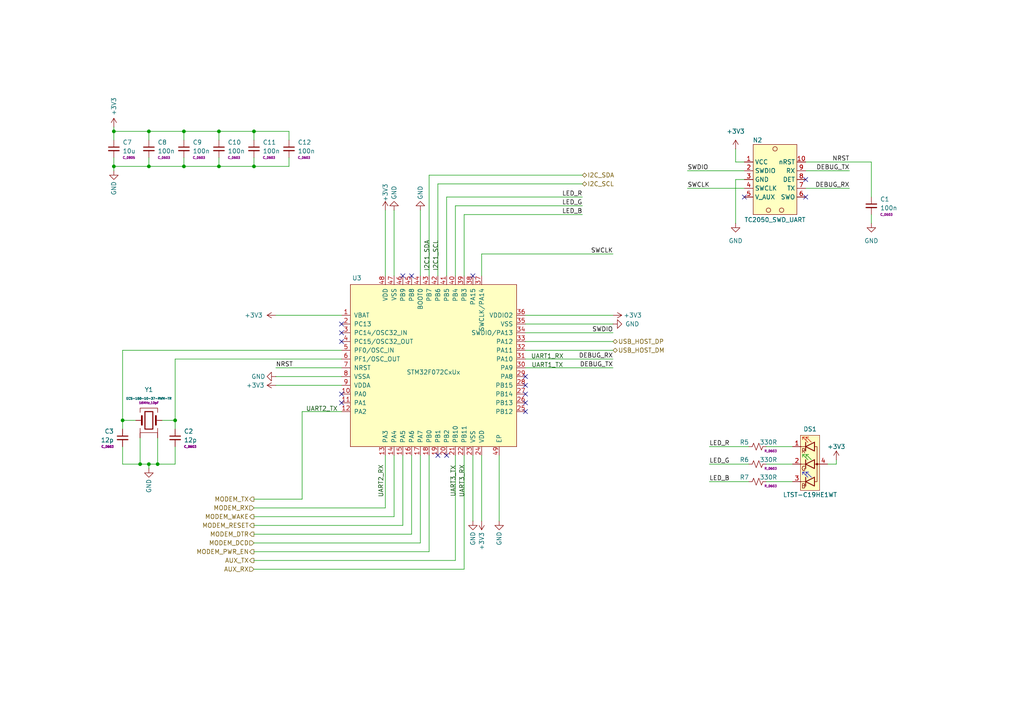
<source format=kicad_sch>
(kicad_sch (version 20231120) (generator "eeschema") (generator_version "8.0")
  (paper "A4")
  (lib_symbols
    (symbol "C_Capacitor:C_0603" (pin_numbers hide) (pin_names (offset 1.016))
      (property "Reference" "C" (at 3.175 1.905 0))
      (property "Value" "100n" (at 5.08 0 0))
      (property "Size" "C_0603" (at 4.445 -1.905 0))
      (symbol "C_0603_1_1"
        (polyline (pts (xy -1.524 -0.508) (xy 1.524 -0.508)) (stroke (width 0.3302)))
        (polyline (pts (xy -1.524 0.508) (xy 1.524 0.508)) (stroke (width 0.3048)))
        (pin passive line (at 0 2.54 270) (length 2.032) (name "~") (number "1"))
        (pin passive line (at 0 -2.54 90) (length 2.032) (name "~") (number "2"))
      )
    )
    (symbol "C_Capacitor:C_0805" (pin_numbers hide) (pin_names (offset 1.016))
      (property "Reference" "C" (at 3.175 1.905 0))
      (property "Value" "100n" (at 5.08 0 0))
      (property "Size" "C_0805" (at 4.445 -1.905 0))
      (symbol "C_0805_1_1"
        (polyline (pts (xy -1.524 -0.508) (xy 1.524 -0.508)) (stroke (width 0.3302)))
        (polyline (pts (xy -1.524 0.508) (xy 1.524 0.508)) (stroke (width 0.3048)))
        (pin passive line (at 0 2.54 270) (length 2.032) (name "~") (number "1"))
        (pin passive line (at 0 -2.54 90) (length 2.032) (name "~") (number "2"))
      )
    )
    (symbol "DS_LED:LTST-C19HE1WT" (pin_names hide)
      (property "Reference" "DS" (at 0 10.16 0))
      (property "Value" "LTST-C19HE1WT" (at 0 -8.89 0))
      (symbol "LTST-C19HE1WT_0_0"
        (text "B" (at -1.905 -6.35 0) (effects (font (size 1.27 1.27))))
        (text "G" (at -1.905 -1.27 0) (effects (font (size 1.27 1.27))))
        (text "R" (at -1.905 3.81 0) (effects (font (size 1.27 1.27))))
      )
      (symbol "LTST-C19HE1WT_0_1"
        (polyline (pts (xy -1.27 -5.08) (xy -2.54 -5.08)))
        (polyline (pts (xy -1.27 -3.81) (xy -1.27 -6.35)) (stroke (width 0.254)))
        (polyline (pts (xy -1.27 0) (xy -2.54 0)))
        (polyline (pts (xy -1.27 1.27) (xy -1.27 -1.27)) (stroke (width 0.254)))
        (polyline (pts (xy -1.27 5.08) (xy -2.54 5.08)))
        (polyline (pts (xy -1.27 6.35) (xy -1.27 3.81)) (stroke (width 0.254)))
        (polyline (pts (xy 1.27 0) (xy 2.54 0)))
        (polyline (pts (xy -1.27 1.27) (xy -1.27 -1.27) (xy -1.27 -1.27)))
        (polyline (pts (xy -1.27 6.35) (xy -1.27 3.81) (xy -1.27 3.81)))
        (polyline (pts (xy 1.27 -5.08) (xy 2.032 -5.08) (xy 2.032 5.08) (xy 1.27 5.08)))
        (polyline (pts (xy 1.27 -3.81) (xy 1.27 -6.35) (xy -1.27 -5.08) (xy 1.27 -3.81)) (stroke (width 0.254)))
        (polyline (pts (xy 1.27 1.27) (xy 1.27 -1.27) (xy -1.27 0) (xy 1.27 1.27)) (stroke (width 0.254)))
        (polyline (pts (xy 1.27 6.35) (xy 1.27 3.81) (xy -1.27 5.08) (xy 1.27 6.35)) (stroke (width 0.254)))
        (rectangle (start 1.27 -1.27) (end 1.27 1.27))
        (rectangle (start 1.27 1.27) (end 1.27 1.27))
        (rectangle (start 1.27 3.81) (end 1.27 6.35))
        (rectangle (start 1.27 6.35) (end 1.27 6.35))
        (circle (center 2.032 0) (radius 0.254) (fill (type outline)))
      )
      (symbol "LTST-C19HE1WT_1_1"
        (rectangle (start -2.794 8.382) (end 2.794 -7.62) (stroke (width 0.127)) (fill (type background)))
        (polyline (pts (xy -0.635 -3.81) (xy -2.159 -2.286) (xy -1.397 -2.286) (xy -2.159 -2.286) (xy -2.159 -3.048)) (stroke (width 0) (color 0 0 194 1)))
        (polyline (pts (xy -0.635 1.27) (xy -2.159 2.794) (xy -1.397 2.794) (xy -2.159 2.794) (xy -2.159 2.032)) (stroke (width 0) (color 0 132 0 1)))
        (polyline (pts (xy -0.635 6.35) (xy -2.159 7.874) (xy -1.397 7.874) (xy -2.159 7.874) (xy -2.159 7.112)) (stroke (width 0) (color 194 0 0 1)))
        (polyline (pts (xy 0.381 -3.81) (xy -1.143 -2.286) (xy -0.381 -2.286) (xy -1.143 -2.286) (xy -1.143 -3.048)) (stroke (width 0) (color 0 0 194 1)))
        (polyline (pts (xy 0.381 1.27) (xy -1.143 2.794) (xy -0.381 2.794) (xy -1.143 2.794) (xy -1.143 2.032)) (stroke (width 0) (color 0 132 0 1)))
        (polyline (pts (xy 0.381 6.35) (xy -1.143 7.874) (xy -0.381 7.874) (xy -1.143 7.874) (xy -1.143 7.112)) (stroke (width 0) (color 194 0 0 1)))
        (pin passive line (at -5.08 5.08 0) (length 2.54) (name "RK") (number "1"))
        (pin passive line (at -5.08 0 0) (length 2.54) (name "GK") (number "2"))
        (pin passive line (at -5.08 -5.08 0) (length 2.54) (name "BK") (number "3"))
        (pin passive line (at 5.08 0 180) (length 2.54) (name "A") (number "4"))
      )
    )
    (symbol "N_NonPart:TC2050_SWD_UART" (in_bom no)
      (property "Reference" "N" (at -6.4 11.5 0))
      (property "Value" "TC2050_SWD_UART" (at 0 -11.5 0))
      (symbol "TC2050_SWD_UART_0_1"
        (rectangle (start -6.35 10.16) (end 6.35 -10.16) (stroke (width 0.1524)) (fill (type background)))
        (circle (center -1.905 -8.89) (radius 0.635) (stroke (width 0.1524)))
        (circle (center 0 8.89) (radius 0.635) (stroke (width 0.1524)))
        (circle (center 1.905 -8.89) (radius 0.635) (stroke (width 0.1524)))
      )
      (symbol "TC2050_SWD_UART_1_1"
        (pin power_in line (at -8.89 5.08 0) (length 2.54) (name "VCC") (number "1"))
        (pin output line (at 8.89 5.08 180) (length 2.54) (name "nRST") (number "10"))
        (pin bidirectional line (at -8.89 2.54 0) (length 2.54) (name "SWDIO") (number "2"))
        (pin power_in line (at -8.89 0 0) (length 2.54) (name "GND") (number "3"))
        (pin bidirectional line (at -8.89 -2.54 0) (length 2.54) (name "SWCLK") (number "4"))
        (pin power_out line (at -8.89 -5.08 0) (length 2.54) (name "V_AUX") (number "5"))
        (pin bidirectional line (at 8.89 -5.08 180) (length 2.54) (name "SWO") (number "6"))
        (pin output line (at 8.89 -2.54 180) (length 2.54) (name "TX") (number "7"))
        (pin output line (at 8.89 0 180) (length 2.54) (name "DET") (number "8"))
        (pin input line (at 8.89 2.54 180) (length 2.54) (name "RX") (number "9"))
      )
    )
    (symbol "R_Resistor:R_0603" (pin_numbers hide) (pin_names (offset 1.016))
      (property "Reference" "R" (at 2.54 1.905 0))
      (property "Value" "10K" (at 3.81 0 0))
      (property "Size" "R_0603" (at 3.81 -1.905 0))
      (symbol "R_0603_1_1"
        (polyline (pts (xy 0 0) (xy 1.016 -0.381) (xy 0 -0.762) (xy -1.016 -1.143) (xy 0 -1.524)))
        (polyline (pts (xy 0 1.524) (xy 1.016 1.143) (xy 0 0.762) (xy -1.016 0.381) (xy 0 0)))
        (pin passive line (at 0 2.54 270) (length 1.016) (name "~") (number "1"))
        (pin passive line (at 0 -2.54 90) (length 1.016) (name "~") (number "2"))
      )
    )
    (symbol "U_MCU:STM32F072CxUx" (pin_names (offset 1.016))
      (property "Reference" "U" (at 1.27 48.514 0))
      (property "Value" "STM32F072CxUx" (at 24.13 21.59 0))
      (symbol "STM32F072CxUx_0_1"
        (rectangle (start 0 46.99) (end 48.26 0) (fill (type background)))
      )
      (symbol "STM32F072CxUx_1_1"
        (pin power_in line (at -2.54 38.1 0) (length 2.54) (name "VBAT") (number "1"))
        (pin bidirectional line (at -2.54 15.24 0) (length 2.54) (name "PA0") (number "10"))
        (pin bidirectional line (at -2.54 12.7 0) (length 2.54) (name "PA1") (number "11"))
        (pin bidirectional line (at -2.54 10.16 0) (length 2.54) (name "PA2") (number "12"))
        (pin bidirectional line (at 10.16 -2.54 90) (length 2.54) (name "PA3") (number "13"))
        (pin bidirectional line (at 12.7 -2.54 90) (length 2.54) (name "PA4") (number "14"))
        (pin bidirectional line (at 15.24 -2.54 90) (length 2.54) (name "PA5") (number "15"))
        (pin bidirectional line (at 17.78 -2.54 90) (length 2.54) (name "PA6") (number "16"))
        (pin bidirectional line (at 20.32 -2.54 90) (length 2.54) (name "PA7") (number "17"))
        (pin bidirectional line (at 22.86 -2.54 90) (length 2.54) (name "PB0") (number "18"))
        (pin bidirectional line (at 25.4 -2.54 90) (length 2.54) (name "PB1") (number "19"))
        (pin bidirectional line (at -2.54 35.56 0) (length 2.54) (name "PC13") (number "2"))
        (pin bidirectional line (at 27.94 -2.54 90) (length 2.54) (name "PB2") (number "20"))
        (pin bidirectional line (at 30.48 -2.54 90) (length 2.54) (name "PB10") (number "21"))
        (pin bidirectional line (at 33.02 -2.54 90) (length 2.54) (name "PB11") (number "22"))
        (pin power_in line (at 35.56 -2.54 90) (length 2.54) (name "VSS") (number "23"))
        (pin power_in line (at 38.1 -2.54 90) (length 2.54) (name "VDD") (number "24"))
        (pin bidirectional line (at 50.8 10.16 180) (length 2.54) (name "PB12") (number "25"))
        (pin bidirectional line (at 50.8 12.7 180) (length 2.54) (name "PB13") (number "26"))
        (pin bidirectional line (at 50.8 15.24 180) (length 2.54) (name "PB14") (number "27"))
        (pin bidirectional line (at 50.8 17.78 180) (length 2.54) (name "PB15") (number "28"))
        (pin bidirectional line (at 50.8 20.32 180) (length 2.54) (name "PA8") (number "29"))
        (pin bidirectional line (at -2.54 33.02 0) (length 2.54) (name "PC14/OSC32_IN") (number "3"))
        (pin bidirectional line (at 50.8 22.86 180) (length 2.54) (name "PA9") (number "30"))
        (pin bidirectional line (at 50.8 25.4 180) (length 2.54) (name "PA10") (number "31"))
        (pin bidirectional line (at 50.8 27.94 180) (length 2.54) (name "PA11") (number "32"))
        (pin bidirectional line (at 50.8 30.48 180) (length 2.54) (name "PA12") (number "33"))
        (pin bidirectional line (at 50.8 33.02 180) (length 2.54) (name "SWDIO/PA13") (number "34"))
        (pin power_in line (at 50.8 35.56 180) (length 2.54) (name "VSS") (number "35"))
        (pin power_in line (at 50.8 38.1 180) (length 2.54) (name "VDDIO2") (number "36"))
        (pin bidirectional line (at 38.1 49.53 270) (length 2.54) (name "SWCLK/PA14") (number "37"))
        (pin bidirectional line (at 35.56 49.53 270) (length 2.54) (name "PA15") (number "38"))
        (pin bidirectional line (at 33.02 49.53 270) (length 2.54) (name "PB3") (number "39"))
        (pin bidirectional line (at -2.54 30.48 0) (length 2.54) (name "PC15/OSC32_OUT") (number "4"))
        (pin bidirectional line (at 30.48 49.53 270) (length 2.54) (name "PB4") (number "40"))
        (pin bidirectional line (at 27.94 49.53 270) (length 2.54) (name "PB5") (number "41"))
        (pin bidirectional line (at 25.4 49.53 270) (length 2.54) (name "PB6") (number "42"))
        (pin bidirectional line (at 22.86 49.53 270) (length 2.54) (name "PB7") (number "43"))
        (pin bidirectional line (at 20.32 49.53 270) (length 2.54) (name "BOOT0") (number "44"))
        (pin bidirectional line (at 17.78 49.53 270) (length 2.54) (name "PB8") (number "45"))
        (pin bidirectional line (at 15.24 49.53 270) (length 2.54) (name "PB9") (number "46"))
        (pin power_in line (at 12.7 49.53 270) (length 2.54) (name "VSS") (number "47"))
        (pin power_in line (at 10.16 49.53 270) (length 2.54) (name "VDD") (number "48"))
        (pin power_in line (at 43.18 -2.54 90) (length 2.54) (name "EP") (number "49"))
        (pin bidirectional line (at -2.54 27.94 0) (length 2.54) (name "PF0/OSC_IN") (number "5"))
        (pin bidirectional line (at -2.54 25.4 0) (length 2.54) (name "PF1/OSC_OUT") (number "6"))
        (pin input line (at -2.54 22.86 0) (length 2.54) (name "NRST") (number "7"))
        (pin power_in line (at -2.54 20.32 0) (length 2.54) (name "VSSA") (number "8"))
        (pin power_in line (at -2.54 17.78 0) (length 2.54) (name "VDDA") (number "9"))
      )
    )
    (symbol "Y_Oscillator:ECS-160-10-37-RWM-TR" (pin_numbers hide) (pin_names hide)
      (property "Reference" "Y" (at -1.905 6.35 0))
      (property "Value" "ECS-160-10-37-RWM-TR" (at 0 4.445 0))
      (property "Params" "16MHz,10pF" (at 6.35 2.54 0))
      (symbol "ECS-160-10-37-RWM-TR_0_1"
        (rectangle (start -1.143 2.54) (end 1.143 -2.54) (stroke (width 0.3048)))
        (polyline (pts (xy -2.54 -3.81) (xy -2.54 -3.556)))
        (polyline (pts (xy -2.54 0) (xy -2.032 0)))
        (polyline (pts (xy -2.032 -1.27) (xy -2.032 1.27)) (stroke (width 0.508)))
        (polyline (pts (xy 2.032 -1.27) (xy 2.032 1.27)) (stroke (width 0.508)))
        (polyline (pts (xy 2.032 0) (xy 2.54 0)))
        (polyline (pts (xy 2.54 -3.81) (xy 2.54 -3.556)))
        (polyline (pts (xy -2.54 -2.286) (xy -2.54 -3.556) (xy 2.54 -3.556) (xy 2.54 -2.286)))
        (polyline (pts (xy -2.54 2.286) (xy -2.54 3.556) (xy 2.54 3.556) (xy 2.54 2.286)))
      )
      (symbol "ECS-160-10-37-RWM-TR_1_1"
        (pin passive line (at -3.81 0 0) (length 1.27) (name "1") (number "1"))
        (pin passive line (at 2.54 -5.08 90) (length 1.27) (name "2") (number "2"))
        (pin passive line (at 3.81 0 180) (length 1.27) (name "3") (number "3"))
        (pin passive line (at -2.54 -5.08 90) (length 1.27) (name "4") (number "4"))
      )
    )
    (symbol "power:+3V3" (power) (pin_numbers hide) (pin_names (offset 0) hide)
      (property "Value" "+3V3" (at 0 3.556 0))
      (symbol "+3V3_0_1"
        (polyline (pts (xy -0.762 1.27) (xy 0 2.54)))
        (polyline (pts (xy 0 0) (xy 0 2.54)))
        (polyline (pts (xy 0 2.54) (xy 0.762 1.27)))
      )
      (symbol "+3V3_1_1"
        (pin power_in line (at 0 0 90) (length 0) (name "~") (number "1"))
      )
    )
    (symbol "power:GND" (power) (pin_numbers hide) (pin_names (offset 0) hide)
      (property "Value" "GND" (at 0 -3.81 0))
      (symbol "GND_0_1"
        (polyline (pts (xy 0 0) (xy 0 -1.27) (xy 1.27 -1.27) (xy 0 -2.54) (xy -1.27 -1.27) (xy 0 -1.27)))
      )
      (symbol "GND_1_1"
        (pin power_in line (at 0 0 270) (length 0) (name "~") (number "1"))
      )
    )
  )
  (junction (at 43.18 134.62))
  (junction (at 63.5 48.26))
  (junction (at 50.8 121.92))
  (junction (at 33.02 38.1))
  (junction (at 63.5 38.1))
  (junction (at 73.66 38.1))
  (junction (at 73.66 48.26))
  (junction (at 43.18 48.26))
  (junction (at 45.72 134.62))
  (junction (at 53.34 38.1))
  (junction (at 33.02 48.26))
  (junction (at 40.64 134.62))
  (junction (at 43.18 38.1))
  (junction (at 53.34 48.26))
  (junction (at 35.56 121.92))
  (no_connect (at 99.06 116.84))
  (no_connect (at 152.4 111.76))
  (no_connect (at 152.4 109.22))
  (no_connect (at 116.84 80.01))
  (no_connect (at 99.06 99.06))
  (no_connect (at 233.68 52.07))
  (no_connect (at 129.54 132.08))
  (no_connect (at 127 132.08))
  (no_connect (at 152.4 114.3))
  (no_connect (at 137.16 80.01))
  (no_connect (at 99.06 114.3))
  (no_connect (at 233.68 57.15))
  (no_connect (at 99.06 96.52))
  (no_connect (at 152.4 116.84))
  (no_connect (at 99.06 93.98))
  (no_connect (at 119.38 80.01))
  (no_connect (at 152.4 119.38))
  (no_connect (at 215.9 57.15))
  (wire (pts (xy 33.02 48.26) (xy 43.18 48.26)))
  (wire (pts (xy 242.57 133.35) (xy 242.57 134.62)))
  (wire (pts (xy 83.82 38.1) (xy 83.82 40.64)))
  (wire (pts (xy 43.18 134.62) (xy 43.18 135.89)))
  (wire (pts (xy 43.18 38.1) (xy 53.34 38.1)))
  (wire (pts (xy 50.8 134.62) (xy 45.72 134.62)))
  (wire (pts (xy 53.34 48.26) (xy 53.34 45.72)))
  (wire (pts (xy 40.64 127) (xy 40.64 134.62)))
  (wire (pts (xy 53.34 48.26) (xy 63.5 48.26)))
  (wire (pts (xy 199.39 54.61) (xy 215.9 54.61)))
  (wire (pts (xy 205.74 139.7) (xy 217.17 139.7)))
  (wire (pts (xy 111.76 147.32) (xy 73.66 147.32)))
  (wire (pts (xy 111.76 60.96) (xy 111.76 80.01)))
  (wire (pts (xy 35.56 129.54) (xy 35.56 134.62)))
  (wire (pts (xy 73.66 48.26) (xy 83.82 48.26)))
  (wire (pts (xy 73.66 48.26) (xy 73.66 45.72)))
  (wire (pts (xy 80.01 111.76) (xy 99.06 111.76)))
  (wire (pts (xy 35.56 134.62) (xy 40.64 134.62)))
  (wire (pts (xy 222.25 134.62) (xy 229.87 134.62)))
  (wire (pts (xy 215.9 46.99) (xy 213.36 46.99)))
  (wire (pts (xy 139.7 132.08) (xy 139.7 151.13)))
  (wire (pts (xy 152.4 96.52) (xy 177.8 96.52)))
  (wire (pts (xy 63.5 48.26) (xy 73.66 48.26)))
  (wire (pts (xy 168.91 57.15) (xy 129.54 57.15)))
  (wire (pts (xy 213.36 46.99) (xy 213.36 43.18)))
  (wire (pts (xy 233.68 54.61) (xy 246.38 54.61)))
  (wire (pts (xy 152.4 106.68) (xy 177.8 106.68)))
  (wire (pts (xy 116.84 132.08) (xy 116.84 152.4)))
  (wire (pts (xy 114.3 60.96) (xy 114.3 80.01)))
  (wire (pts (xy 33.02 38.1) (xy 33.02 40.64)))
  (wire (pts (xy 199.39 49.53) (xy 215.9 49.53)))
  (wire (pts (xy 152.4 104.14) (xy 177.8 104.14)))
  (wire (pts (xy 222.25 139.7) (xy 229.87 139.7)))
  (wire (pts (xy 233.68 49.53) (xy 246.38 49.53)))
  (wire (pts (xy 121.92 60.96) (xy 121.92 80.01)))
  (wire (pts (xy 50.8 121.92) (xy 50.8 104.14)))
  (wire (pts (xy 73.66 157.48) (xy 121.92 157.48)))
  (wire (pts (xy 73.66 149.86) (xy 114.3 149.86)))
  (wire (pts (xy 35.56 101.6) (xy 35.56 121.92)))
  (wire (pts (xy 80.01 91.44) (xy 99.06 91.44)))
  (wire (pts (xy 152.4 91.44) (xy 177.8 91.44)))
  (wire (pts (xy 50.8 121.92) (xy 46.99 121.92)))
  (wire (pts (xy 43.18 48.26) (xy 53.34 48.26)))
  (wire (pts (xy 205.74 134.62) (xy 217.17 134.62)))
  (wire (pts (xy 99.06 101.6) (xy 35.56 101.6)))
  (wire (pts (xy 121.92 157.48) (xy 121.92 132.08)))
  (wire (pts (xy 73.66 160.02) (xy 124.46 160.02)))
  (wire (pts (xy 127 53.34) (xy 127 80.01)))
  (wire (pts (xy 177.8 93.98) (xy 152.4 93.98)))
  (wire (pts (xy 87.63 144.78) (xy 73.66 144.78)))
  (wire (pts (xy 242.57 134.62) (xy 240.03 134.62)))
  (wire (pts (xy 33.02 49.53) (xy 33.02 48.26)))
  (wire (pts (xy 80.01 109.22) (xy 99.06 109.22)))
  (wire (pts (xy 233.68 46.99) (xy 252.73 46.99)))
  (wire (pts (xy 119.38 154.94) (xy 119.38 132.08)))
  (wire (pts (xy 33.02 36.83) (xy 33.02 38.1)))
  (wire (pts (xy 168.91 53.34) (xy 127 53.34)))
  (wire (pts (xy 132.08 59.69) (xy 132.08 80.01)))
  (wire (pts (xy 33.02 48.26) (xy 33.02 45.72)))
  (wire (pts (xy 252.73 46.99) (xy 252.73 57.15)))
  (wire (pts (xy 53.34 38.1) (xy 63.5 38.1)))
  (wire (pts (xy 213.36 64.77) (xy 213.36 52.07)))
  (wire (pts (xy 35.56 121.92) (xy 39.37 121.92)))
  (wire (pts (xy 134.62 62.23) (xy 134.62 80.01)))
  (wire (pts (xy 134.62 132.08) (xy 134.62 165.1)))
  (wire (pts (xy 35.56 124.46) (xy 35.56 121.92)))
  (wire (pts (xy 50.8 124.46) (xy 50.8 121.92)))
  (wire (pts (xy 124.46 50.8) (xy 168.91 50.8)))
  (wire (pts (xy 222.25 129.54) (xy 229.87 129.54)))
  (wire (pts (xy 99.06 119.38) (xy 87.63 119.38)))
  (wire (pts (xy 45.72 127) (xy 45.72 134.62)))
  (wire (pts (xy 177.8 73.66) (xy 139.7 73.66)))
  (wire (pts (xy 124.46 50.8) (xy 124.46 80.01)))
  (wire (pts (xy 116.84 152.4) (xy 73.66 152.4)))
  (wire (pts (xy 53.34 38.1) (xy 53.34 40.64)))
  (wire (pts (xy 139.7 73.66) (xy 139.7 80.01)))
  (wire (pts (xy 114.3 149.86) (xy 114.3 132.08)))
  (wire (pts (xy 152.4 99.06) (xy 177.8 99.06)))
  (wire (pts (xy 73.66 38.1) (xy 83.82 38.1)))
  (wire (pts (xy 132.08 162.56) (xy 132.08 132.08)))
  (wire (pts (xy 50.8 104.14) (xy 99.06 104.14)))
  (wire (pts (xy 73.66 38.1) (xy 73.66 40.64)))
  (wire (pts (xy 63.5 48.26) (xy 63.5 45.72)))
  (wire (pts (xy 252.73 62.23) (xy 252.73 64.77)))
  (wire (pts (xy 129.54 57.15) (xy 129.54 80.01)))
  (wire (pts (xy 168.91 62.23) (xy 134.62 62.23)))
  (wire (pts (xy 83.82 48.26) (xy 83.82 45.72)))
  (wire (pts (xy 73.66 162.56) (xy 132.08 162.56)))
  (wire (pts (xy 63.5 38.1) (xy 63.5 40.64)))
  (wire (pts (xy 205.74 129.54) (xy 217.17 129.54)))
  (wire (pts (xy 33.02 38.1) (xy 43.18 38.1)))
  (wire (pts (xy 111.76 132.08) (xy 111.76 147.32)))
  (wire (pts (xy 40.64 134.62) (xy 43.18 134.62)))
  (wire (pts (xy 43.18 48.26) (xy 43.18 45.72)))
  (wire (pts (xy 87.63 119.38) (xy 87.63 144.78)))
  (wire (pts (xy 63.5 38.1) (xy 73.66 38.1)))
  (wire (pts (xy 213.36 52.07) (xy 215.9 52.07)))
  (wire (pts (xy 73.66 154.94) (xy 119.38 154.94)))
  (wire (pts (xy 45.72 134.62) (xy 43.18 134.62)))
  (wire (pts (xy 124.46 160.02) (xy 124.46 132.08)))
  (wire (pts (xy 50.8 129.54) (xy 50.8 134.62)))
  (wire (pts (xy 137.16 151.13) (xy 137.16 132.08)))
  (wire (pts (xy 43.18 38.1) (xy 43.18 40.64)))
  (wire (pts (xy 134.62 165.1) (xy 73.66 165.1)))
  (wire (pts (xy 144.78 151.13) (xy 144.78 132.08)))
  (wire (pts (xy 168.91 59.69) (xy 132.08 59.69)))
  (wire (pts (xy 80.01 106.68) (xy 99.06 106.68)))
  (wire (pts (xy 152.4 101.6) (xy 177.8 101.6)))
  (text "I2C1_SCL" (at 126.365 74.295 90) (effects (font (size 1.27 1.27))))
  (text "UART2_RX" (at 110.49 139.7 90) (effects (font (size 1.27 1.27))))
  (text "UART1_RX" (at 158.75 103.505 0) (effects (font (size 1.27 1.27))))
  (text "UART3_TX" (at 131.445 139.7 90) (effects (font (size 1.27 1.27))))
  (text "UART2_TX" (at 93.345 118.745 0) (effects (font (size 1.27 1.27))))
  (text "UART1_TX" (at 158.75 106.045 0) (effects (font (size 1.27 1.27))))
  (text "I2C1_SDA" (at 123.825 74.295 90) (effects (font (size 1.27 1.27))))
  (text "UART3_RX" (at 133.985 139.7 90) (effects (font (size 1.27 1.27))))
  (label "LED_R" (at 205.74 129.54 0))
  (label "NRST" (at 80.01 106.68 0))
  (label "NRST" (at 246.38 46.99 180))
  (label "LED_B" (at 205.74 139.7 0))
  (label "SWDIO" (at 177.8 96.52 180))
  (label "SWCLK" (at 199.39 54.61 0))
  (label "LED_G" (at 168.91 59.69 180))
  (label "DEBUG_RX" (at 246.38 54.61 180))
  (label "LED_B" (at 168.91 62.23 180))
  (label "DEBUG_TX" (at 246.38 49.53 180))
  (label "LED_G" (at 205.74 134.62 0))
  (label "LED_R" (at 168.91 57.15 180))
  (label "SWCLK" (at 177.8 73.66 180))
  (label "DEBUG_RX" (at 177.8 104.14 180))
  (label "SWDIO" (at 199.39 49.53 0))
  (label "DEBUG_TX" (at 177.8 106.68 180))
  (hierarchical_label "AUX_RX" (shape input) (at 73.66 165.1 180))
  (hierarchical_label "MODEM_TX" (shape output) (at 73.66 144.78 180))
  (hierarchical_label "I2C_SDA" (shape bidirectional) (at 168.91 50.8 0))
  (hierarchical_label "USB_HOST_DM" (shape bidirectional) (at 177.8 101.6 0))
  (hierarchical_label "MODEM_DCD" (shape input) (at 73.66 157.48 180))
  (hierarchical_label "USB_HOST_DP" (shape bidirectional) (at 177.8 99.06 0))
  (hierarchical_label "MODEM_WAKE" (shape output) (at 73.66 149.86 180))
  (hierarchical_label "MODEM_RX" (shape input) (at 73.66 147.32 180))
  (hierarchical_label "I2C_SCL" (shape bidirectional) (at 168.91 53.34 0))
  (hierarchical_label "MODEM_PWR_EN" (shape output) (at 73.66 160.02 180))
  (hierarchical_label "AUX_TX" (shape output) (at 73.66 162.56 180))
  (hierarchical_label "MODEM_RESET" (shape output) (at 73.66 152.4 180))
  (hierarchical_label "MODEM_DTR" (shape output) (at 73.66 154.94 180))
  (symbol (lib_id "R_Resistor:R_0603") (at 219.71 134.62 90) (unit 1)
    (property "Reference" "R6" (at 215.9 133.35 90))
    (property "Value" "330R" (at 222.885 133.35 90))
    (property "Footprint" "R_Resistor:R_0603" (effects (hide yes)))
    (property "Size" "R_0603" (at 223.52 135.89 90) (effects (font (size 0.635 0.635))))
  )
  (symbol (lib_id "C_Capacitor:C_0603") (at 43.18 43.18 0) (unit 1)
    (property "Reference" "C8" (at 45.72 41.2812 0) (effects (justify left)))
    (property "Value" "100n" (at 45.72 43.8212 0) (effects (justify left)))
    (property "Footprint" "C_Capacitor:C_0603" (effects (hide yes)))
    (property "Size" "C_0603" (at 45.72 45.7263 0) (effects (font (size 0.635 0.635)) (justify left)))
  )
  (symbol (lib_id "power:+3V3") (at 33.02 36.83 0) (unit 1)
    (property "Reference" "#PWR030" (effects (hide yes)))
    (property "Value" "+3V3" (at 33.02 33.528 90) (effects (justify left)))
    (property "Description" "Power symbol creates a global label with name \"+3V3\"" (effects (hide yes)))
  )
  (symbol (lib_id "power:GND") (at 144.78 151.13 0) (unit 1)
    (property "Reference" "#PWR017" (effects (hide yes)))
    (property "Value" "GND" (at 144.78 156.21 90))
    (property "Description" "Power symbol creates a global label with name \"GND\" , ground" (effects (hide yes)))
  )
  (symbol (lib_id "C_Capacitor:C_0805") (at 33.02 43.18 0) (unit 1)
    (property "Reference" "C7" (at 35.56 41.2812 0) (effects (justify left)))
    (property "Value" "10u" (at 35.56 43.8212 0) (effects (justify left)))
    (property "Footprint" "C_Capacitor:C_0805" (effects (hide yes)))
    (property "Size" "C_0805" (at 35.56 45.7263 0) (effects (font (size 0.635 0.635)) (justify left)))
  )
  (symbol (lib_id "C_Capacitor:C_0603") (at 73.66 43.18 0) (unit 1)
    (property "Reference" "C11" (at 76.2 41.2812 0) (effects (justify left)))
    (property "Value" "100n" (at 76.2 43.8212 0) (effects (justify left)))
    (property "Footprint" "C_Capacitor:C_0603" (effects (hide yes)))
    (property "Size" "C_0603" (at 76.2 45.72 0) (effects (font (size 0.635 0.635)) (justify left)))
  )
  (symbol (lib_id "power:GND") (at 80.01 109.22 270) (unit 1)
    (property "Reference" "#PWR018" (effects (hide yes)))
    (property "Value" "GND" (at 74.93 109.22 90))
    (property "Description" "Power symbol creates a global label with name \"GND\" , ground" (effects (hide yes)))
  )
  (symbol (lib_id "power:+3V3") (at 80.01 91.44 90) (unit 1)
    (property "Reference" "#PWR023" (effects (hide yes)))
    (property "Value" "+3V3" (at 76.2 91.4399 90) (effects (justify left)))
    (property "Description" "Power symbol creates a global label with name \"+3V3\"" (effects (hide yes)))
  )
  (symbol (lib_id "power:+3V3") (at 213.36 43.18 0) (unit 1)
    (property "Reference" "#PWR011" (effects (hide yes)))
    (property "Value" "+3V3" (at 213.36 38.1 0))
    (property "Description" "Power symbol creates a global label with name \"+3V3\"" (effects (hide yes)))
  )
  (symbol (lib_id "power:GND") (at 213.36 64.77 0) (unit 1)
    (property "Reference" "#PWR012" (effects (hide yes)))
    (property "Value" "GND" (at 213.36 69.85 0))
    (property "Description" "Power symbol creates a global label with name \"GND\" , ground" (effects (hide yes)))
  )
  (symbol (lib_id "C_Capacitor:C_0603") (at 53.34 43.18 0) (unit 1)
    (property "Reference" "C9" (at 55.88 41.2812 0) (effects (justify left)))
    (property "Value" "100n" (at 55.88 43.8212 0) (effects (justify left)))
    (property "Footprint" "C_Capacitor:C_0603" (effects (hide yes)))
    (property "Size" "C_0603" (at 55.88 45.7263 0) (effects (font (size 0.635 0.635)) (justify left)))
  )
  (symbol (lib_id "DS_LED:LTST-C19HE1WT") (at 234.95 134.62 0) (unit 1)
    (property "Reference" "DS1" (at 234.95 124.46 0))
    (property "Value" "LTST-C19HE1WT" (at 234.95 143.51 0))
    (property "Footprint" "DS_LED:DS_0606" (effects (hide yes)))
    (property "Datasheet" "https://optoelectronics.liteon.com/upload/download/DS22-2008-0044/LTST-C19HE1WT.pdf" (effects (hide yes)))
    (property "Description" "LED RGB DIFFUSED CHIP SMD" (effects (hide yes)))
  )
  (symbol (lib_id "power:GND") (at 252.73 64.77 0) (unit 1)
    (property "Reference" "#PWR024" (effects (hide yes)))
    (property "Value" "GND" (at 252.73 69.85 0))
    (property "Description" "Power symbol creates a global label with name \"GND\" , ground" (effects (hide yes)))
  )
  (symbol (lib_id "U_MCU:STM32F072CxUx") (at 101.6 129.54 0) (unit 1)
    (property "Reference" "U3" (at 103.505 80.645 0))
    (property "Value" "STM32F072CxUx" (at 125.73 107.95 0))
    (property "Footprint" "U_IC:QFN48_05_7x7_EP" (effects (hide yes)))
    (property "Datasheet" "https://www.st.com/resource/en/datasheet/stm32f072c6.pdf" (effects (hide yes)))
  )
  (symbol (lib_id "power:+3V3") (at 139.7 151.13 180) (unit 1)
    (property "Reference" "#PWR022" (effects (hide yes)))
    (property "Value" "+3V3" (at 139.7 156.972 90))
    (property "Description" "Power symbol creates a global label with name \"+3V3\"" (effects (hide yes)))
  )
  (symbol (lib_id "power:GND") (at 137.16 151.13 0) (unit 1)
    (property "Reference" "#PWR016" (effects (hide yes)))
    (property "Value" "GND" (at 137.16 156.21 90))
    (property "Description" "Power symbol creates a global label with name \"GND\" , ground" (effects (hide yes)))
  )
  (symbol (lib_id "R_Resistor:R_0603") (at 219.71 139.7 90) (unit 1)
    (property "Reference" "R7" (at 215.9 138.43 90))
    (property "Value" "330R" (at 222.885 138.43 90))
    (property "Footprint" "R_Resistor:R_0603" (effects (hide yes)))
    (property "Size" "R_0603" (at 223.52 140.97 90) (effects (font (size 0.635 0.635))))
  )
  (symbol (lib_id "C_Capacitor:C_0603") (at 35.56 127 0) (unit 1)
    (property "Reference" "C3" (at 33.02 125.1012 0) (effects (justify right)))
    (property "Value" "12p" (at 33.02 127.6412 0) (effects (justify right)))
    (property "Footprint" "C_Capacitor:C_0603" (effects (hide yes)))
    (property "Size" "C_0603" (at 33.02 129.5463 0) (effects (font (size 0.635 0.635)) (justify right)))
  )
  (symbol (lib_id "power:+3V3") (at 242.57 133.35 0) (unit 1)
    (property "Reference" "#PWR025" (effects (hide yes)))
    (property "Value" "+3V3" (at 242.57 129.54 0))
    (property "Description" "Power symbol creates a global label with name \"+3V3\"" (effects (hide yes)))
  )
  (symbol (lib_id "C_Capacitor:C_0603") (at 83.82 43.18 0) (unit 1)
    (property "Reference" "C12" (at 86.36 41.2812 0) (effects (justify left)))
    (property "Value" "100n" (at 86.36 43.8212 0) (effects (justify left)))
    (property "Footprint" "C_Capacitor:C_0603" (effects (hide yes)))
    (property "Size" "C_0603" (at 86.36 45.7263 0) (effects (font (size 0.635 0.635)) (justify left)))
  )
  (symbol (lib_id "power:+3V3") (at 111.76 60.96 0) (unit 1)
    (property "Reference" "#PWR020" (effects (hide yes)))
    (property "Value" "+3V3" (at 111.76 55.88 90))
    (property "Description" "Power symbol creates a global label with name \"+3V3\"" (effects (hide yes)))
  )
  (symbol (lib_id "C_Capacitor:C_0603") (at 63.5 43.18 0) (unit 1)
    (property "Reference" "C10" (at 66.04 41.2812 0) (effects (justify left)))
    (property "Value" "100n" (at 66.04 43.8212 0) (effects (justify left)))
    (property "Footprint" "C_Capacitor:C_0603" (effects (hide yes)))
    (property "Size" "C_0603" (at 66.04 45.7263 0) (effects (font (size 0.635 0.635)) (justify left)))
  )
  (symbol (lib_id "Y_Oscillator:ECS-160-10-37-RWM-TR") (at 43.18 121.92 0) (unit 1)
    (property "Reference" "Y1" (at 43.18 113.03 0))
    (property "Value" "ECS-160-10-37-RWM-TR" (at 43.18 115.57 0) (effects (font (size 0.63 0.63))))
    (property "Footprint" "Y_Oscillator:Crystal_SMD4_2.0x1.6" (effects (hide yes)))
    (property "Description" "CRYSTAL 16.0000MHZ 10PF SMD" (effects (hide yes)))
    (property "Params" "16MHz,10pF" (at 43.18 116.84 0) (effects (font (size 0.63 0.63))))
  )
  (symbol (lib_id "R_Resistor:R_0603") (at 219.71 129.54 90) (unit 1)
    (property "Reference" "R5" (at 215.9 128.27 90))
    (property "Value" "330R" (at 222.885 128.27 90))
    (property "Footprint" "R_Resistor:R_0603" (effects (hide yes)))
    (property "Size" "R_0603" (at 223.52 130.81 90) (effects (font (size 0.635 0.635))))
  )
  (symbol (lib_id "power:+3V3") (at 177.8 91.44 270) (unit 1)
    (property "Reference" "#PWR021" (effects (hide yes)))
    (property "Value" "+3V3" (at 180.848 91.44 90) (effects (justify left)))
    (property "Description" "Power symbol creates a global label with name \"+3V3\"" (effects (hide yes)))
  )
  (symbol (lib_id "N_NonPart:TC2050_SWD_UART") (at 224.79 52.07 0) (unit 1) (in_bom no)
    (property "Reference" "N2" (at 219.71 40.64 0))
    (property "Value" "TC2050_SWD_UART" (at 224.79 63.754 0))
    (property "Footprint" "N_NonPart:TagConnect_TC2050" (effects (hide yes)))
    (property "Description" "Tag-Connect TC2050 SWD + UART" (effects (hide yes)))
  )
  (symbol (lib_id "power:GND") (at 33.02 49.53 0) (unit 1)
    (property "Reference" "#PWR029" (effects (hide yes)))
    (property "Value" "GND" (at 33.02 54.61 90))
    (property "Description" "Power symbol creates a global label with name \"GND\" , ground" (effects (hide yes)))
  )
  (symbol (lib_id "C_Capacitor:C_0603") (at 50.8 127 0) (unit 1)
    (property "Reference" "C2" (at 53.34 125.1012 0) (effects (justify left)))
    (property "Value" "12p" (at 53.34 127.6412 0) (effects (justify left)))
    (property "Footprint" "C_Capacitor:C_0603" (effects (hide yes)))
    (property "Size" "C_0603" (at 53.34 129.5463 0) (effects (font (size 0.635 0.635)) (justify left)))
  )
  (symbol (lib_id "power:GND") (at 177.8 93.98 90) (unit 1)
    (property "Reference" "#PWR015" (effects (hide yes)))
    (property "Value" "GND" (at 183.388 93.98 90))
    (property "Description" "Power symbol creates a global label with name \"GND\" , ground" (effects (hide yes)))
  )
  (symbol (lib_id "power:GND") (at 43.18 135.89 0) (unit 1)
    (property "Reference" "#PWR026" (effects (hide yes)))
    (property "Value" "GND" (at 43.18 140.97 90))
    (property "Description" "Power symbol creates a global label with name \"GND\" , ground" (effects (hide yes)))
  )
  (symbol (lib_id "power:+3V3") (at 80.01 111.76 90) (unit 1)
    (property "Reference" "#PWR019" (effects (hide yes)))
    (property "Value" "+3V3" (at 76.708 111.76 90) (effects (justify left)))
    (property "Description" "Power symbol creates a global label with name \"+3V3\"" (effects (hide yes)))
  )
  (symbol (lib_id "power:GND") (at 114.3 60.96 180) (unit 1)
    (property "Reference" "#PWR014" (effects (hide yes)))
    (property "Value" "GND" (at 114.3 55.88 90))
    (property "Description" "Power symbol creates a global label with name \"GND\" , ground" (effects (hide yes)))
  )
  (symbol (lib_id "power:GND") (at 121.92 60.96 180) (unit 1)
    (property "Reference" "#PWR013" (effects (hide yes)))
    (property "Value" "GND" (at 121.92 55.88 90))
    (property "Description" "Power symbol creates a global label with name \"GND\" , ground" (effects (hide yes)))
  )
  (symbol (lib_id "C_Capacitor:C_0603") (at 252.73 59.69 0) (unit 1)
    (property "Reference" "C1" (at 255.27 57.7912 0) (effects (justify left)))
    (property "Value" "100n" (at 255.27 60.3312 0) (effects (justify left)))
    (property "Footprint" "C_Capacitor:C_0603" (effects (hide yes)))
    (property "Size" "C_0603" (at 255.27 62.2363 0) (effects (font (size 0.635 0.635)) (justify left)))
  )
)
</source>
